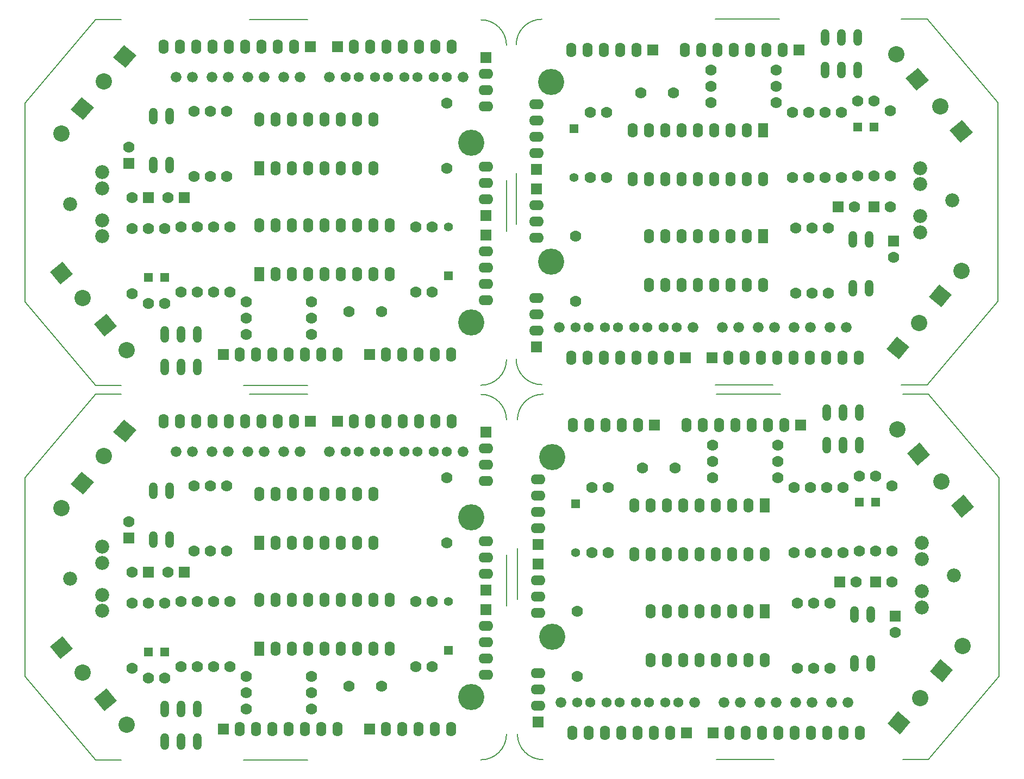
<source format=gbs>
G04 (created by PCBNEW (2013-07-07 BZR 4022)-stable) date 4/2/2015 4:19:38 PM*
%MOIN*%
G04 Gerber Fmt 3.4, Leading zero omitted, Abs format*
%FSLAX34Y34*%
G01*
G70*
G90*
G04 APERTURE LIST*
%ADD10C,0.00590551*%
%ADD11C,0.00787402*%
%ADD12O,0.052X0.104*%
%ADD13C,0.0859*%
%ADD14R,0.065X0.065*%
%ADD15O,0.062X0.09*%
%ADD16O,0.09X0.062*%
%ADD17C,0.07*%
%ADD18C,0.062*%
%ADD19C,0.066*%
%ADD20R,0.062X0.09*%
%ADD21R,0.055X0.055*%
%ADD22C,0.055*%
%ADD23C,0.1*%
%ADD24C,0.16*%
G04 APERTURE END LIST*
G54D10*
G54D11*
X68251Y-15087D02*
X72188Y-15087D01*
X81243Y-15087D02*
X79668Y-15087D01*
X81243Y-37528D02*
X79668Y-37528D01*
X81243Y-15087D02*
X85574Y-20205D01*
X85574Y-21780D02*
X85574Y-20205D01*
X85574Y-25717D02*
X85574Y-21780D01*
X85574Y-32410D02*
X81243Y-37528D01*
X85574Y-32410D02*
X85574Y-25717D01*
X71794Y-37528D02*
X68251Y-37528D01*
X56046Y-27685D02*
X56046Y-24536D01*
X56046Y-35953D02*
G75*
G03X57621Y-37528I1574J0D01*
G74*
G01*
X57621Y-15087D02*
G75*
G03X56046Y-16662I0J-1574D01*
G74*
G01*
X43248Y-37562D02*
X39311Y-37562D01*
X30256Y-37562D02*
X31831Y-37562D01*
X30256Y-15121D02*
X31831Y-15121D01*
X30256Y-37562D02*
X25925Y-32444D01*
X25925Y-30869D02*
X25925Y-32444D01*
X25925Y-26932D02*
X25925Y-30869D01*
X25925Y-20239D02*
X30256Y-15121D01*
X25925Y-20239D02*
X25925Y-26932D01*
X39705Y-15121D02*
X43248Y-15121D01*
X55453Y-24964D02*
X55453Y-28113D01*
X55453Y-16696D02*
G75*
G03X53878Y-15121I-1574J0D01*
G74*
G01*
X53878Y-37562D02*
G75*
G03X55453Y-35987I0J1574D01*
G74*
G01*
X43248Y-60562D02*
X39311Y-60562D01*
X30256Y-60562D02*
X31831Y-60562D01*
X30256Y-38121D02*
X31831Y-38121D01*
X30256Y-60562D02*
X25925Y-55444D01*
X25925Y-53869D02*
X25925Y-55444D01*
X25925Y-49932D02*
X25925Y-53869D01*
X25925Y-43239D02*
X30256Y-38121D01*
X25925Y-43239D02*
X25925Y-49932D01*
X39705Y-38121D02*
X43248Y-38121D01*
X55453Y-47964D02*
X55453Y-51113D01*
X55453Y-39696D02*
G75*
G03X53878Y-38121I-1574J0D01*
G74*
G01*
X53878Y-60562D02*
G75*
G03X55453Y-58987I0J1574D01*
G74*
G01*
X68326Y-38112D02*
X72263Y-38112D01*
X81318Y-38112D02*
X79743Y-38112D01*
X81318Y-60553D02*
X79743Y-60553D01*
X81318Y-38112D02*
X85649Y-43230D01*
X85649Y-44805D02*
X85649Y-43230D01*
X85649Y-48742D02*
X85649Y-44805D01*
X85649Y-55435D02*
X81318Y-60553D01*
X85649Y-55435D02*
X85649Y-48742D01*
X71869Y-60553D02*
X68326Y-60553D01*
X56121Y-50710D02*
X56121Y-47561D01*
X56121Y-58978D02*
G75*
G03X57696Y-60553I1574J0D01*
G74*
G01*
X57696Y-38112D02*
G75*
G03X56121Y-39687I0J-1574D01*
G74*
G01*
G54D12*
X77000Y-18200D03*
X76000Y-18200D03*
X75000Y-18200D03*
X77000Y-16200D03*
X76000Y-16200D03*
X75000Y-16200D03*
G54D13*
X82800Y-26200D03*
X80832Y-28168D03*
X80832Y-27184D03*
X80832Y-25216D03*
X80832Y-24232D03*
G54D14*
X66418Y-35885D03*
G54D15*
X65418Y-35885D03*
X64418Y-35885D03*
X63418Y-35885D03*
X62418Y-35885D03*
X61418Y-35885D03*
X60418Y-35885D03*
X59418Y-35885D03*
G54D14*
X73406Y-16987D03*
G54D15*
X72406Y-16987D03*
X71406Y-16987D03*
X70406Y-16987D03*
X69406Y-16987D03*
X68406Y-16987D03*
X67406Y-16987D03*
X66406Y-16987D03*
G54D14*
X64433Y-16987D03*
G54D15*
X63433Y-16987D03*
X62433Y-16987D03*
X61433Y-16987D03*
X60433Y-16987D03*
X59433Y-16987D03*
G54D14*
X57300Y-24300D03*
G54D16*
X57300Y-23300D03*
X57300Y-22300D03*
X57300Y-21300D03*
X57300Y-20300D03*
G54D14*
X57300Y-35200D03*
G54D16*
X57300Y-34200D03*
X57300Y-33200D03*
X57300Y-32200D03*
G54D14*
X57300Y-25500D03*
G54D16*
X57300Y-26500D03*
X57300Y-27500D03*
X57300Y-28500D03*
G54D14*
X79200Y-28700D03*
G54D17*
X79200Y-29700D03*
G54D14*
X68063Y-35885D03*
G54D15*
X69063Y-35885D03*
X70063Y-35885D03*
X71063Y-35885D03*
X72063Y-35885D03*
X73063Y-35885D03*
X74063Y-35885D03*
X75063Y-35885D03*
X76063Y-35885D03*
X77063Y-35885D03*
G54D17*
X59700Y-32400D03*
X59700Y-28400D03*
X68000Y-19200D03*
X72000Y-19200D03*
X74000Y-24800D03*
X74000Y-20800D03*
X68000Y-20200D03*
X72000Y-20200D03*
X72000Y-18200D03*
X68000Y-18200D03*
X75000Y-20800D03*
X75000Y-24800D03*
X73000Y-20800D03*
X73000Y-24800D03*
X79000Y-20700D03*
X79000Y-24700D03*
X76000Y-24800D03*
X76000Y-20800D03*
X61600Y-20800D03*
X61600Y-24800D03*
X60600Y-20800D03*
X60600Y-24800D03*
X73200Y-31900D03*
X73200Y-27900D03*
G54D18*
X59700Y-34000D03*
G54D19*
X58700Y-34000D03*
X66900Y-34000D03*
G54D18*
X65900Y-34000D03*
X63300Y-34000D03*
X62300Y-34000D03*
G54D17*
X78000Y-20100D03*
X77000Y-20100D03*
G54D19*
X76300Y-34000D03*
X75300Y-34000D03*
G54D18*
X61500Y-34000D03*
X60500Y-34000D03*
G54D19*
X69700Y-34000D03*
X68700Y-34000D03*
X74100Y-34000D03*
X73100Y-34000D03*
X71900Y-34000D03*
X70900Y-34000D03*
G54D18*
X65100Y-34000D03*
X64100Y-34000D03*
G54D17*
X65700Y-19600D03*
X63700Y-19600D03*
G54D20*
X71200Y-21900D03*
G54D15*
X70200Y-21900D03*
X69200Y-21900D03*
X68200Y-21900D03*
X67200Y-21900D03*
X66200Y-21900D03*
X65200Y-21900D03*
X64200Y-21900D03*
X63200Y-21900D03*
X63200Y-24900D03*
X64200Y-24900D03*
X65200Y-24900D03*
X66200Y-24900D03*
X67200Y-24900D03*
X68200Y-24900D03*
X69200Y-24900D03*
X70200Y-24900D03*
X71200Y-24900D03*
G54D20*
X71200Y-28400D03*
G54D15*
X70200Y-28400D03*
X69200Y-28400D03*
X68200Y-28400D03*
X67200Y-28400D03*
X66200Y-28400D03*
X65200Y-28400D03*
X64200Y-28400D03*
X64200Y-31400D03*
X65200Y-31400D03*
X66200Y-31400D03*
X67200Y-31400D03*
X68200Y-31400D03*
X69200Y-31400D03*
X70200Y-31400D03*
X71200Y-31400D03*
G54D21*
X77000Y-21700D03*
G54D17*
X77000Y-24700D03*
G54D21*
X78000Y-21700D03*
G54D17*
X78000Y-24700D03*
G54D21*
X59600Y-21800D03*
G54D22*
X59600Y-24800D03*
G54D14*
X75800Y-26600D03*
G54D17*
X76800Y-26600D03*
G54D14*
X78000Y-26600D03*
G54D17*
X79000Y-26600D03*
G54D10*
G36*
X82118Y-32770D02*
X81352Y-32127D01*
X81995Y-31361D01*
X82761Y-32004D01*
X82118Y-32770D01*
X82118Y-32770D01*
G37*
G54D23*
X83342Y-30533D03*
G54D10*
G36*
X79518Y-35970D02*
X78752Y-35327D01*
X79395Y-34561D01*
X80161Y-35204D01*
X79518Y-35970D01*
X79518Y-35970D01*
G37*
G54D23*
X80742Y-33733D03*
G54D10*
G36*
X84047Y-22027D02*
X83281Y-22670D01*
X82638Y-21904D01*
X83404Y-21261D01*
X84047Y-22027D01*
X84047Y-22027D01*
G37*
G54D23*
X82057Y-20433D03*
G54D24*
X58193Y-18955D03*
X58193Y-29979D03*
G54D12*
X77700Y-28600D03*
X76700Y-28600D03*
X76700Y-31600D03*
X77700Y-31600D03*
G54D17*
X74200Y-27900D03*
X74200Y-31900D03*
X75200Y-27900D03*
X75200Y-31900D03*
G54D10*
G36*
X81347Y-18827D02*
X80581Y-19470D01*
X79938Y-18704D01*
X80704Y-18061D01*
X81347Y-18827D01*
X81347Y-18827D01*
G37*
G54D23*
X79357Y-17233D03*
G54D12*
X34500Y-34450D03*
X35500Y-34450D03*
X36500Y-34450D03*
X34500Y-36450D03*
X35500Y-36450D03*
X36500Y-36450D03*
G54D13*
X28700Y-26450D03*
X30668Y-24482D03*
X30668Y-25466D03*
X30668Y-27434D03*
X30668Y-28418D03*
G54D14*
X45081Y-16764D03*
G54D15*
X46081Y-16764D03*
X47081Y-16764D03*
X48081Y-16764D03*
X49081Y-16764D03*
X50081Y-16764D03*
X51081Y-16764D03*
X52081Y-16764D03*
G54D14*
X38093Y-35662D03*
G54D15*
X39093Y-35662D03*
X40093Y-35662D03*
X41093Y-35662D03*
X42093Y-35662D03*
X43093Y-35662D03*
X44093Y-35662D03*
X45093Y-35662D03*
G54D14*
X47066Y-35662D03*
G54D15*
X48066Y-35662D03*
X49066Y-35662D03*
X50066Y-35662D03*
X51066Y-35662D03*
X52066Y-35662D03*
G54D14*
X54200Y-28350D03*
G54D16*
X54200Y-29350D03*
X54200Y-30350D03*
X54200Y-31350D03*
X54200Y-32350D03*
G54D14*
X54200Y-17450D03*
G54D16*
X54200Y-18450D03*
X54200Y-19450D03*
X54200Y-20450D03*
G54D14*
X54200Y-27150D03*
G54D16*
X54200Y-26150D03*
X54200Y-25150D03*
X54200Y-24150D03*
G54D14*
X32300Y-23950D03*
G54D17*
X32300Y-22950D03*
G54D14*
X43436Y-16764D03*
G54D15*
X42436Y-16764D03*
X41436Y-16764D03*
X40436Y-16764D03*
X39436Y-16764D03*
X38436Y-16764D03*
X37436Y-16764D03*
X36436Y-16764D03*
X35436Y-16764D03*
X34436Y-16764D03*
G54D17*
X51800Y-20250D03*
X51800Y-24250D03*
X43500Y-33450D03*
X39500Y-33450D03*
X37500Y-27850D03*
X37500Y-31850D03*
X43500Y-32450D03*
X39500Y-32450D03*
X39500Y-34450D03*
X43500Y-34450D03*
X36500Y-31850D03*
X36500Y-27850D03*
X38500Y-31850D03*
X38500Y-27850D03*
X32500Y-31950D03*
X32500Y-27950D03*
X35500Y-27850D03*
X35500Y-31850D03*
X49900Y-31850D03*
X49900Y-27850D03*
X50900Y-31850D03*
X50900Y-27850D03*
X38300Y-20750D03*
X38300Y-24750D03*
G54D18*
X51800Y-18650D03*
G54D19*
X52800Y-18650D03*
X44600Y-18650D03*
G54D18*
X45600Y-18650D03*
X48200Y-18650D03*
X49200Y-18650D03*
G54D17*
X33500Y-32550D03*
X34500Y-32550D03*
G54D19*
X35200Y-18650D03*
X36200Y-18650D03*
G54D18*
X50000Y-18650D03*
X51000Y-18650D03*
G54D19*
X41800Y-18650D03*
X42800Y-18650D03*
X37400Y-18650D03*
X38400Y-18650D03*
X39600Y-18650D03*
X40600Y-18650D03*
G54D18*
X46400Y-18650D03*
X47400Y-18650D03*
G54D17*
X45800Y-33050D03*
X47800Y-33050D03*
G54D20*
X40300Y-30750D03*
G54D15*
X41300Y-30750D03*
X42300Y-30750D03*
X43300Y-30750D03*
X44300Y-30750D03*
X45300Y-30750D03*
X46300Y-30750D03*
X47300Y-30750D03*
X48300Y-30750D03*
X48300Y-27750D03*
X47300Y-27750D03*
X46300Y-27750D03*
X45300Y-27750D03*
X44300Y-27750D03*
X43300Y-27750D03*
X42300Y-27750D03*
X41300Y-27750D03*
X40300Y-27750D03*
G54D20*
X40300Y-24250D03*
G54D15*
X41300Y-24250D03*
X42300Y-24250D03*
X43300Y-24250D03*
X44300Y-24250D03*
X45300Y-24250D03*
X46300Y-24250D03*
X47300Y-24250D03*
X47300Y-21250D03*
X46300Y-21250D03*
X45300Y-21250D03*
X44300Y-21250D03*
X43300Y-21250D03*
X42300Y-21250D03*
X41300Y-21250D03*
X40300Y-21250D03*
G54D21*
X34500Y-30950D03*
G54D17*
X34500Y-27950D03*
G54D21*
X33500Y-30950D03*
G54D17*
X33500Y-27950D03*
G54D21*
X51900Y-30850D03*
G54D22*
X51900Y-27850D03*
G54D14*
X35700Y-26050D03*
G54D17*
X34700Y-26050D03*
G54D14*
X33500Y-26050D03*
G54D17*
X32500Y-26050D03*
G54D10*
G36*
X29381Y-19879D02*
X30147Y-20522D01*
X29504Y-21288D01*
X28738Y-20645D01*
X29381Y-19879D01*
X29381Y-19879D01*
G37*
G54D23*
X28157Y-22116D03*
G54D10*
G36*
X31981Y-16679D02*
X32747Y-17322D01*
X32104Y-18088D01*
X31338Y-17445D01*
X31981Y-16679D01*
X31981Y-16679D01*
G37*
G54D23*
X30757Y-18916D03*
G54D10*
G36*
X27452Y-30622D02*
X28218Y-29979D01*
X28861Y-30745D01*
X28095Y-31388D01*
X27452Y-30622D01*
X27452Y-30622D01*
G37*
G54D23*
X29442Y-32216D03*
G54D24*
X53306Y-33694D03*
X53306Y-22670D03*
G54D12*
X33800Y-24050D03*
X34800Y-24050D03*
X34800Y-21050D03*
X33800Y-21050D03*
G54D17*
X37300Y-24750D03*
X37300Y-20750D03*
X36300Y-24750D03*
X36300Y-20750D03*
G54D10*
G36*
X30152Y-33822D02*
X30918Y-33179D01*
X31561Y-33945D01*
X30795Y-34588D01*
X30152Y-33822D01*
X30152Y-33822D01*
G37*
G54D23*
X32142Y-35416D03*
G54D12*
X34500Y-57450D03*
X35500Y-57450D03*
X36500Y-57450D03*
X34500Y-59450D03*
X35500Y-59450D03*
X36500Y-59450D03*
G54D13*
X28700Y-49450D03*
X30668Y-47482D03*
X30668Y-48466D03*
X30668Y-50434D03*
X30668Y-51418D03*
G54D14*
X45081Y-39764D03*
G54D15*
X46081Y-39764D03*
X47081Y-39764D03*
X48081Y-39764D03*
X49081Y-39764D03*
X50081Y-39764D03*
X51081Y-39764D03*
X52081Y-39764D03*
G54D14*
X38093Y-58662D03*
G54D15*
X39093Y-58662D03*
X40093Y-58662D03*
X41093Y-58662D03*
X42093Y-58662D03*
X43093Y-58662D03*
X44093Y-58662D03*
X45093Y-58662D03*
G54D14*
X47066Y-58662D03*
G54D15*
X48066Y-58662D03*
X49066Y-58662D03*
X50066Y-58662D03*
X51066Y-58662D03*
X52066Y-58662D03*
G54D14*
X54200Y-51350D03*
G54D16*
X54200Y-52350D03*
X54200Y-53350D03*
X54200Y-54350D03*
X54200Y-55350D03*
G54D14*
X54200Y-40450D03*
G54D16*
X54200Y-41450D03*
X54200Y-42450D03*
X54200Y-43450D03*
G54D14*
X54200Y-50150D03*
G54D16*
X54200Y-49150D03*
X54200Y-48150D03*
X54200Y-47150D03*
G54D14*
X32300Y-46950D03*
G54D17*
X32300Y-45950D03*
G54D14*
X43436Y-39764D03*
G54D15*
X42436Y-39764D03*
X41436Y-39764D03*
X40436Y-39764D03*
X39436Y-39764D03*
X38436Y-39764D03*
X37436Y-39764D03*
X36436Y-39764D03*
X35436Y-39764D03*
X34436Y-39764D03*
G54D17*
X51800Y-43250D03*
X51800Y-47250D03*
X43500Y-56450D03*
X39500Y-56450D03*
X37500Y-50850D03*
X37500Y-54850D03*
X43500Y-55450D03*
X39500Y-55450D03*
X39500Y-57450D03*
X43500Y-57450D03*
X36500Y-54850D03*
X36500Y-50850D03*
X38500Y-54850D03*
X38500Y-50850D03*
X32500Y-54950D03*
X32500Y-50950D03*
X35500Y-50850D03*
X35500Y-54850D03*
X49900Y-54850D03*
X49900Y-50850D03*
X50900Y-54850D03*
X50900Y-50850D03*
X38300Y-43750D03*
X38300Y-47750D03*
G54D18*
X51800Y-41650D03*
G54D19*
X52800Y-41650D03*
X44600Y-41650D03*
G54D18*
X45600Y-41650D03*
X48200Y-41650D03*
X49200Y-41650D03*
G54D17*
X33500Y-55550D03*
X34500Y-55550D03*
G54D19*
X35200Y-41650D03*
X36200Y-41650D03*
G54D18*
X50000Y-41650D03*
X51000Y-41650D03*
G54D19*
X41800Y-41650D03*
X42800Y-41650D03*
X37400Y-41650D03*
X38400Y-41650D03*
X39600Y-41650D03*
X40600Y-41650D03*
G54D18*
X46400Y-41650D03*
X47400Y-41650D03*
G54D17*
X45800Y-56050D03*
X47800Y-56050D03*
G54D20*
X40300Y-53750D03*
G54D15*
X41300Y-53750D03*
X42300Y-53750D03*
X43300Y-53750D03*
X44300Y-53750D03*
X45300Y-53750D03*
X46300Y-53750D03*
X47300Y-53750D03*
X48300Y-53750D03*
X48300Y-50750D03*
X47300Y-50750D03*
X46300Y-50750D03*
X45300Y-50750D03*
X44300Y-50750D03*
X43300Y-50750D03*
X42300Y-50750D03*
X41300Y-50750D03*
X40300Y-50750D03*
G54D20*
X40300Y-47250D03*
G54D15*
X41300Y-47250D03*
X42300Y-47250D03*
X43300Y-47250D03*
X44300Y-47250D03*
X45300Y-47250D03*
X46300Y-47250D03*
X47300Y-47250D03*
X47300Y-44250D03*
X46300Y-44250D03*
X45300Y-44250D03*
X44300Y-44250D03*
X43300Y-44250D03*
X42300Y-44250D03*
X41300Y-44250D03*
X40300Y-44250D03*
G54D21*
X34500Y-53950D03*
G54D17*
X34500Y-50950D03*
G54D21*
X33500Y-53950D03*
G54D17*
X33500Y-50950D03*
G54D21*
X51900Y-53850D03*
G54D22*
X51900Y-50850D03*
G54D14*
X35700Y-49050D03*
G54D17*
X34700Y-49050D03*
G54D14*
X33500Y-49050D03*
G54D17*
X32500Y-49050D03*
G54D10*
G36*
X29381Y-42879D02*
X30147Y-43522D01*
X29504Y-44288D01*
X28738Y-43645D01*
X29381Y-42879D01*
X29381Y-42879D01*
G37*
G54D23*
X28157Y-45116D03*
G54D10*
G36*
X31981Y-39679D02*
X32747Y-40322D01*
X32104Y-41088D01*
X31338Y-40445D01*
X31981Y-39679D01*
X31981Y-39679D01*
G37*
G54D23*
X30757Y-41916D03*
G54D10*
G36*
X27452Y-53622D02*
X28218Y-52979D01*
X28861Y-53745D01*
X28095Y-54388D01*
X27452Y-53622D01*
X27452Y-53622D01*
G37*
G54D23*
X29442Y-55216D03*
G54D24*
X53306Y-56694D03*
X53306Y-45670D03*
G54D12*
X33800Y-47050D03*
X34800Y-47050D03*
X34800Y-44050D03*
X33800Y-44050D03*
G54D17*
X37300Y-47750D03*
X37300Y-43750D03*
X36300Y-47750D03*
X36300Y-43750D03*
G54D10*
G36*
X30152Y-56822D02*
X30918Y-56179D01*
X31561Y-56945D01*
X30795Y-57588D01*
X30152Y-56822D01*
X30152Y-56822D01*
G37*
G54D23*
X32142Y-58416D03*
G54D12*
X77075Y-41225D03*
X76075Y-41225D03*
X75075Y-41225D03*
X77075Y-39225D03*
X76075Y-39225D03*
X75075Y-39225D03*
G54D13*
X82875Y-49225D03*
X80907Y-51193D03*
X80907Y-50209D03*
X80907Y-48241D03*
X80907Y-47257D03*
G54D14*
X66493Y-58910D03*
G54D15*
X65493Y-58910D03*
X64493Y-58910D03*
X63493Y-58910D03*
X62493Y-58910D03*
X61493Y-58910D03*
X60493Y-58910D03*
X59493Y-58910D03*
G54D14*
X73481Y-40012D03*
G54D15*
X72481Y-40012D03*
X71481Y-40012D03*
X70481Y-40012D03*
X69481Y-40012D03*
X68481Y-40012D03*
X67481Y-40012D03*
X66481Y-40012D03*
G54D14*
X64508Y-40012D03*
G54D15*
X63508Y-40012D03*
X62508Y-40012D03*
X61508Y-40012D03*
X60508Y-40012D03*
X59508Y-40012D03*
G54D14*
X57375Y-47325D03*
G54D16*
X57375Y-46325D03*
X57375Y-45325D03*
X57375Y-44325D03*
X57375Y-43325D03*
G54D14*
X57375Y-58225D03*
G54D16*
X57375Y-57225D03*
X57375Y-56225D03*
X57375Y-55225D03*
G54D14*
X57375Y-48525D03*
G54D16*
X57375Y-49525D03*
X57375Y-50525D03*
X57375Y-51525D03*
G54D14*
X79275Y-51725D03*
G54D17*
X79275Y-52725D03*
G54D14*
X68138Y-58910D03*
G54D15*
X69138Y-58910D03*
X70138Y-58910D03*
X71138Y-58910D03*
X72138Y-58910D03*
X73138Y-58910D03*
X74138Y-58910D03*
X75138Y-58910D03*
X76138Y-58910D03*
X77138Y-58910D03*
G54D17*
X59775Y-55425D03*
X59775Y-51425D03*
X68075Y-42225D03*
X72075Y-42225D03*
X74075Y-47825D03*
X74075Y-43825D03*
X68075Y-43225D03*
X72075Y-43225D03*
X72075Y-41225D03*
X68075Y-41225D03*
X75075Y-43825D03*
X75075Y-47825D03*
X73075Y-43825D03*
X73075Y-47825D03*
X79075Y-43725D03*
X79075Y-47725D03*
X76075Y-47825D03*
X76075Y-43825D03*
X61675Y-43825D03*
X61675Y-47825D03*
X60675Y-43825D03*
X60675Y-47825D03*
X73275Y-54925D03*
X73275Y-50925D03*
G54D18*
X59775Y-57025D03*
G54D19*
X58775Y-57025D03*
X66975Y-57025D03*
G54D18*
X65975Y-57025D03*
X63375Y-57025D03*
X62375Y-57025D03*
G54D17*
X78075Y-43125D03*
X77075Y-43125D03*
G54D19*
X76375Y-57025D03*
X75375Y-57025D03*
G54D18*
X61575Y-57025D03*
X60575Y-57025D03*
G54D19*
X69775Y-57025D03*
X68775Y-57025D03*
X74175Y-57025D03*
X73175Y-57025D03*
X71975Y-57025D03*
X70975Y-57025D03*
G54D18*
X65175Y-57025D03*
X64175Y-57025D03*
G54D17*
X65775Y-42625D03*
X63775Y-42625D03*
G54D20*
X71275Y-44925D03*
G54D15*
X70275Y-44925D03*
X69275Y-44925D03*
X68275Y-44925D03*
X67275Y-44925D03*
X66275Y-44925D03*
X65275Y-44925D03*
X64275Y-44925D03*
X63275Y-44925D03*
X63275Y-47925D03*
X64275Y-47925D03*
X65275Y-47925D03*
X66275Y-47925D03*
X67275Y-47925D03*
X68275Y-47925D03*
X69275Y-47925D03*
X70275Y-47925D03*
X71275Y-47925D03*
G54D20*
X71275Y-51425D03*
G54D15*
X70275Y-51425D03*
X69275Y-51425D03*
X68275Y-51425D03*
X67275Y-51425D03*
X66275Y-51425D03*
X65275Y-51425D03*
X64275Y-51425D03*
X64275Y-54425D03*
X65275Y-54425D03*
X66275Y-54425D03*
X67275Y-54425D03*
X68275Y-54425D03*
X69275Y-54425D03*
X70275Y-54425D03*
X71275Y-54425D03*
G54D21*
X77075Y-44725D03*
G54D17*
X77075Y-47725D03*
G54D21*
X78075Y-44725D03*
G54D17*
X78075Y-47725D03*
G54D21*
X59675Y-44825D03*
G54D22*
X59675Y-47825D03*
G54D14*
X75875Y-49625D03*
G54D17*
X76875Y-49625D03*
G54D14*
X78075Y-49625D03*
G54D17*
X79075Y-49625D03*
G54D10*
G36*
X82193Y-55795D02*
X81427Y-55152D01*
X82070Y-54386D01*
X82836Y-55029D01*
X82193Y-55795D01*
X82193Y-55795D01*
G37*
G54D23*
X83417Y-53558D03*
G54D10*
G36*
X79593Y-58995D02*
X78827Y-58352D01*
X79470Y-57586D01*
X80236Y-58229D01*
X79593Y-58995D01*
X79593Y-58995D01*
G37*
G54D23*
X80817Y-56758D03*
G54D10*
G36*
X84122Y-45052D02*
X83356Y-45695D01*
X82713Y-44929D01*
X83479Y-44286D01*
X84122Y-45052D01*
X84122Y-45052D01*
G37*
G54D23*
X82132Y-43458D03*
G54D24*
X58268Y-41980D03*
X58268Y-53004D03*
G54D12*
X77775Y-51625D03*
X76775Y-51625D03*
X76775Y-54625D03*
X77775Y-54625D03*
G54D17*
X74275Y-50925D03*
X74275Y-54925D03*
X75275Y-50925D03*
X75275Y-54925D03*
G54D10*
G36*
X81422Y-41852D02*
X80656Y-42495D01*
X80013Y-41729D01*
X80779Y-41086D01*
X81422Y-41852D01*
X81422Y-41852D01*
G37*
G54D23*
X79432Y-40258D03*
M02*

</source>
